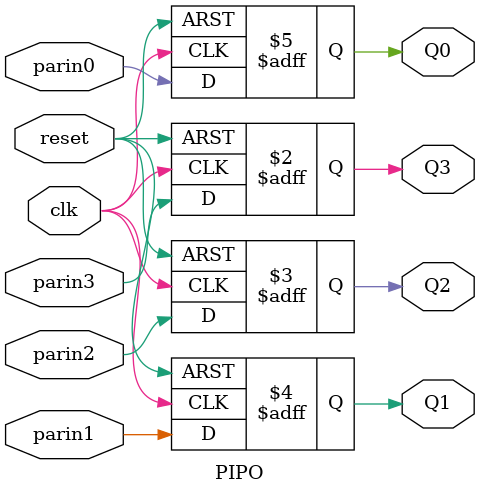
<source format=v>
module PIPO(
input wire parin3,parin2,parin1,parin0,clk,reset,
output reg Q3,Q2,Q1,Q0
);

always @(posedge clk or posedge reset)
       begin 
            if (reset) 
          begin
              Q3<=1'b0;
              Q2<=1'b0;
              Q1<=1'b0;
              Q0<=1'b0;
           end
          else 
             begin
              Q3<=parin3;
              Q2<=parin2;
              Q1<=parin1;
              Q0<=parin0;
             end 
         end
endmodule
         
</source>
